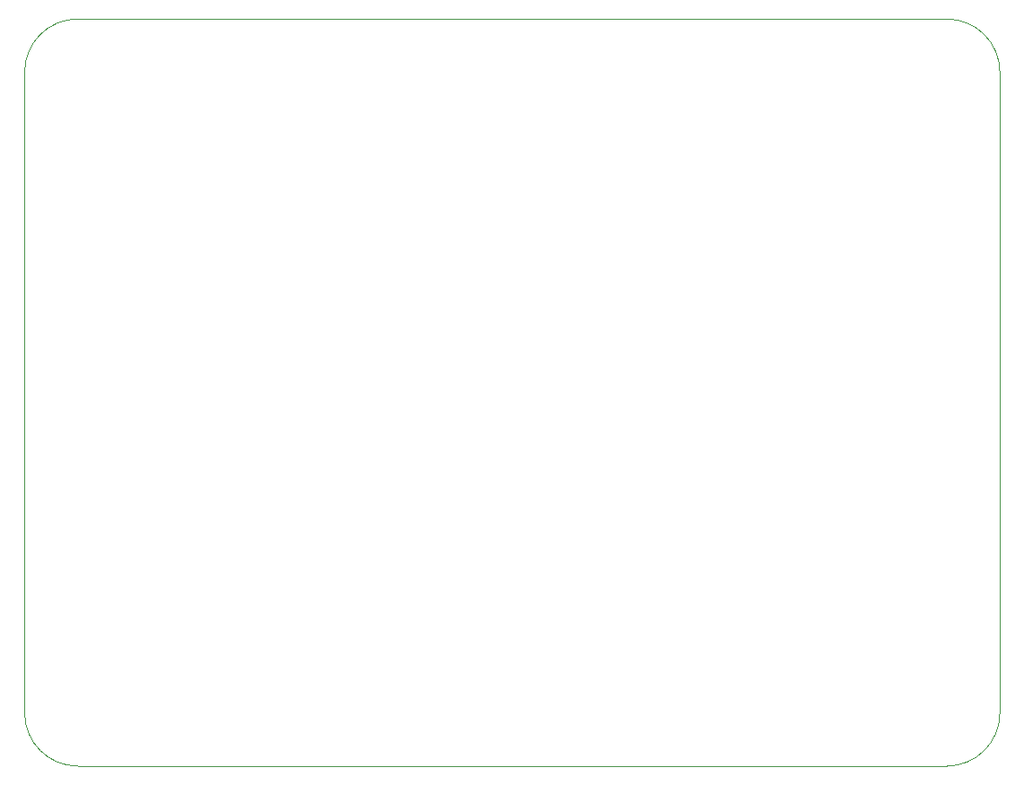
<source format=gm1>
G04 #@! TF.GenerationSoftware,KiCad,Pcbnew,8.0.5*
G04 #@! TF.CreationDate,2024-11-13T13:31:48-05:00*
G04 #@! TF.ProjectId,DacAmp,44616341-6d70-42e6-9b69-6361645f7063,rev?*
G04 #@! TF.SameCoordinates,Original*
G04 #@! TF.FileFunction,Profile,NP*
%FSLAX46Y46*%
G04 Gerber Fmt 4.6, Leading zero omitted, Abs format (unit mm)*
G04 Created by KiCad (PCBNEW 8.0.5) date 2024-11-13 13:31:48*
%MOMM*%
%LPD*%
G01*
G04 APERTURE LIST*
G04 #@! TA.AperFunction,Profile*
%ADD10C,0.050000*%
G04 #@! TD*
G04 APERTURE END LIST*
D10*
X196422400Y-99562400D02*
G75*
G02*
X191422400Y-104562400I-5000000J0D01*
G01*
X104422400Y-39062400D02*
G75*
G02*
X109422400Y-34062400I5000000J0D01*
G01*
X196422400Y-39062400D02*
X196422400Y-99562400D01*
X109422400Y-34062400D02*
X191422400Y-34062400D01*
X191422400Y-104562400D02*
X109422400Y-104562400D01*
X109422400Y-104562400D02*
G75*
G02*
X104422400Y-99562400I0J5000000D01*
G01*
X191422400Y-34062400D02*
G75*
G02*
X196422400Y-39062400I0J-5000000D01*
G01*
X104422400Y-99562400D02*
X104422400Y-39062400D01*
M02*

</source>
